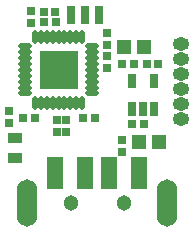
<source format=gts>
G04*
G04 #@! TF.GenerationSoftware,Altium Limited,Altium Designer,20.1.8 (145)*
G04*
G04 Layer_Color=8388736*
%FSLAX25Y25*%
%MOIN*%
G70*
G04*
G04 #@! TF.SameCoordinates,CA782F3F-0D54-4404-9751-EA5AB56DA471*
G04*
G04*
G04 #@! TF.FilePolarity,Negative*
G04*
G01*
G75*
%ADD27R,0.03162X0.02769*%
%ADD28O,0.01784X0.04540*%
%ADD29O,0.04540X0.01784*%
%ADD30R,0.12611X0.12611*%
%ADD31R,0.02769X0.03162*%
%ADD32R,0.02769X0.05918*%
%ADD33O,0.05524X0.04343*%
%ADD34R,0.03162X0.05131*%
%ADD35R,0.05131X0.04737*%
%ADD36R,0.04737X0.03556*%
%ADD37R,0.05524X0.10642*%
%ADD38C,0.05131*%
%ADD39O,0.06800X0.15800*%
D27*
X211663Y206600D02*
D03*
X215600D02*
D03*
X211631Y210000D02*
D03*
X215568D02*
D03*
X249869Y192700D02*
D03*
X245932D02*
D03*
X208600Y174500D02*
D03*
X204663D02*
D03*
X228837Y174600D02*
D03*
X224900D02*
D03*
X241231Y172400D02*
D03*
X245168D02*
D03*
X241669Y192700D02*
D03*
X237732D02*
D03*
D28*
X224474Y201722D02*
D03*
X222505D02*
D03*
X220537D02*
D03*
X218568D02*
D03*
X216600D02*
D03*
X214632D02*
D03*
X212663D02*
D03*
X210695D02*
D03*
X208726D02*
D03*
Y179478D02*
D03*
X210695D02*
D03*
X212663D02*
D03*
X214632D02*
D03*
X216600D02*
D03*
X218568D02*
D03*
X220537D02*
D03*
X222505D02*
D03*
X224474D02*
D03*
D29*
X205478Y198474D02*
D03*
Y196505D02*
D03*
Y194537D02*
D03*
Y192569D02*
D03*
Y190600D02*
D03*
Y188631D02*
D03*
Y186663D02*
D03*
Y184695D02*
D03*
Y182726D02*
D03*
X227722D02*
D03*
Y184695D02*
D03*
Y186663D02*
D03*
Y188631D02*
D03*
Y190600D02*
D03*
Y192569D02*
D03*
Y194537D02*
D03*
Y196505D02*
D03*
Y198474D02*
D03*
D30*
X216600Y190600D02*
D03*
D31*
X207401Y206199D02*
D03*
Y210136D02*
D03*
X232700Y191332D02*
D03*
Y195268D02*
D03*
X232700Y202937D02*
D03*
Y199000D02*
D03*
X200000Y176737D02*
D03*
Y172800D02*
D03*
X219200Y173969D02*
D03*
Y170031D02*
D03*
X216200Y173969D02*
D03*
Y170031D02*
D03*
X237900Y167168D02*
D03*
Y163232D02*
D03*
D32*
X220776Y209000D02*
D03*
X230224D02*
D03*
X225500Y209000D02*
D03*
D33*
X257300Y199300D02*
D03*
Y189300D02*
D03*
Y174300D02*
D03*
Y179300D02*
D03*
Y184300D02*
D03*
Y194300D02*
D03*
D34*
X240960Y187049D02*
D03*
X248440D02*
D03*
Y177600D02*
D03*
X244700D02*
D03*
X240960D02*
D03*
D35*
X238300Y198200D02*
D03*
X244993D02*
D03*
X250046Y166500D02*
D03*
X243354D02*
D03*
D36*
X202099Y167847D02*
D03*
Y161154D02*
D03*
D37*
X215390Y156174D02*
D03*
X225453D02*
D03*
X233327D02*
D03*
X243390D02*
D03*
D38*
X238300Y146300D02*
D03*
X220584D02*
D03*
D39*
X252670D02*
D03*
X206213D02*
D03*
M02*

</source>
